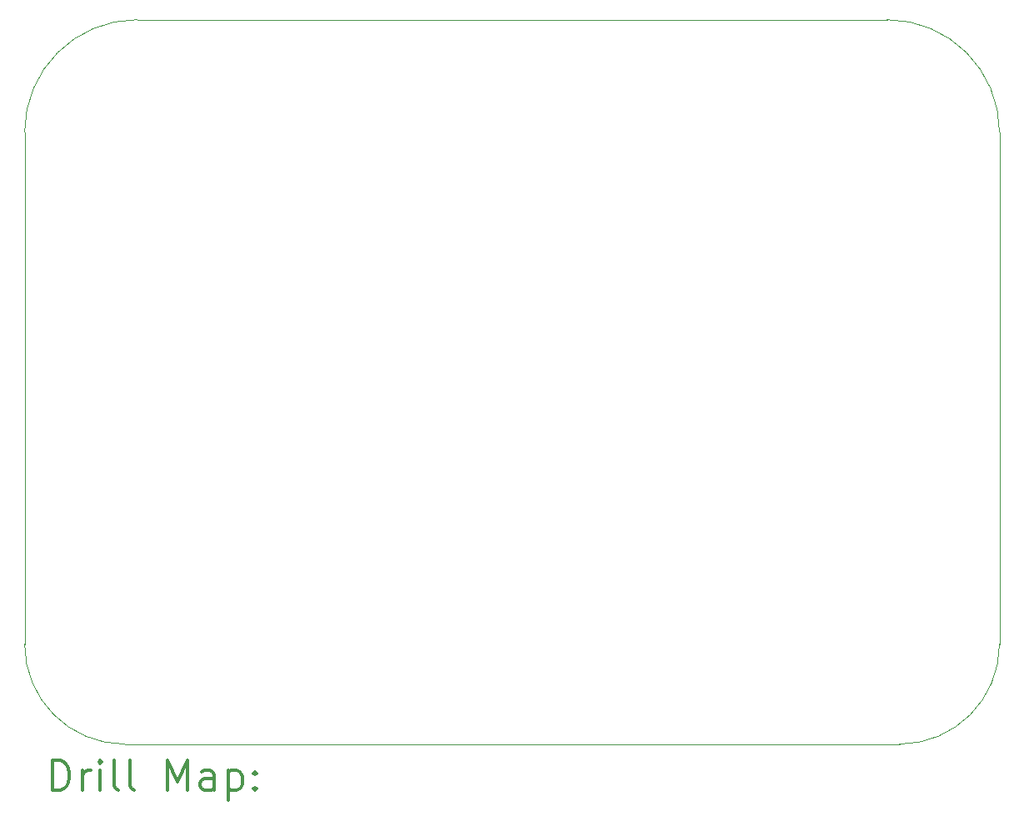
<source format=gbr>
%FSLAX45Y45*%
G04 Gerber Fmt 4.5, Leading zero omitted, Abs format (unit mm)*
G04 Created by KiCad (PCBNEW (5.1.10)-1) date 2022-05-04 21:28:52*
%MOMM*%
%LPD*%
G01*
G04 APERTURE LIST*
%TA.AperFunction,Profile*%
%ADD10C,0.050000*%
%TD*%
%ADD11C,0.200000*%
%ADD12C,0.300000*%
G04 APERTURE END LIST*
D10*
X10795000Y-9017000D02*
X2921000Y-9017000D01*
X10668000Y-1651000D02*
X9398000Y-1651000D01*
X3048000Y-1651000D02*
X9398000Y-1651000D01*
X11811000Y-2794000D02*
X11811000Y-8001000D01*
X11811000Y-8001000D02*
G75*
G02*
X10795000Y-9017000I-1016000J0D01*
G01*
X10668000Y-1651000D02*
G75*
G02*
X11811000Y-2794000I0J-1143000D01*
G01*
X1905000Y-8001000D02*
X1905000Y-2794000D01*
X2921000Y-9017000D02*
G75*
G02*
X1905000Y-8001000I0J1016000D01*
G01*
X1905000Y-2794000D02*
G75*
G02*
X3048000Y-1651000I1143000J0D01*
G01*
D11*
D12*
X2188928Y-9485214D02*
X2188928Y-9185214D01*
X2260357Y-9185214D01*
X2303214Y-9199500D01*
X2331786Y-9228072D01*
X2346071Y-9256643D01*
X2360357Y-9313786D01*
X2360357Y-9356643D01*
X2346071Y-9413786D01*
X2331786Y-9442357D01*
X2303214Y-9470929D01*
X2260357Y-9485214D01*
X2188928Y-9485214D01*
X2488928Y-9485214D02*
X2488928Y-9285214D01*
X2488928Y-9342357D02*
X2503214Y-9313786D01*
X2517500Y-9299500D01*
X2546071Y-9285214D01*
X2574643Y-9285214D01*
X2674643Y-9485214D02*
X2674643Y-9285214D01*
X2674643Y-9185214D02*
X2660357Y-9199500D01*
X2674643Y-9213786D01*
X2688928Y-9199500D01*
X2674643Y-9185214D01*
X2674643Y-9213786D01*
X2860357Y-9485214D02*
X2831786Y-9470929D01*
X2817500Y-9442357D01*
X2817500Y-9185214D01*
X3017500Y-9485214D02*
X2988928Y-9470929D01*
X2974643Y-9442357D01*
X2974643Y-9185214D01*
X3360357Y-9485214D02*
X3360357Y-9185214D01*
X3460357Y-9399500D01*
X3560357Y-9185214D01*
X3560357Y-9485214D01*
X3831786Y-9485214D02*
X3831786Y-9328072D01*
X3817500Y-9299500D01*
X3788928Y-9285214D01*
X3731786Y-9285214D01*
X3703214Y-9299500D01*
X3831786Y-9470929D02*
X3803214Y-9485214D01*
X3731786Y-9485214D01*
X3703214Y-9470929D01*
X3688928Y-9442357D01*
X3688928Y-9413786D01*
X3703214Y-9385214D01*
X3731786Y-9370929D01*
X3803214Y-9370929D01*
X3831786Y-9356643D01*
X3974643Y-9285214D02*
X3974643Y-9585214D01*
X3974643Y-9299500D02*
X4003214Y-9285214D01*
X4060357Y-9285214D01*
X4088928Y-9299500D01*
X4103214Y-9313786D01*
X4117500Y-9342357D01*
X4117500Y-9428072D01*
X4103214Y-9456643D01*
X4088928Y-9470929D01*
X4060357Y-9485214D01*
X4003214Y-9485214D01*
X3974643Y-9470929D01*
X4246071Y-9456643D02*
X4260357Y-9470929D01*
X4246071Y-9485214D01*
X4231786Y-9470929D01*
X4246071Y-9456643D01*
X4246071Y-9485214D01*
X4246071Y-9299500D02*
X4260357Y-9313786D01*
X4246071Y-9328072D01*
X4231786Y-9313786D01*
X4246071Y-9299500D01*
X4246071Y-9328072D01*
M02*

</source>
